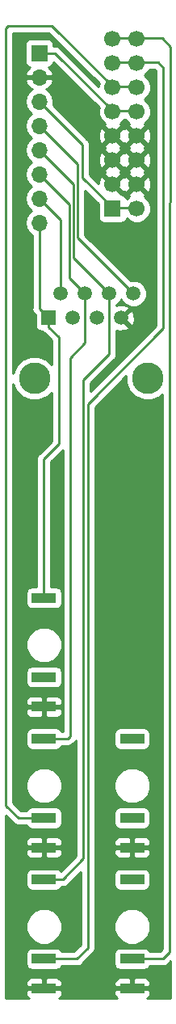
<source format=gbr>
G04 #@! TF.GenerationSoftware,KiCad,Pcbnew,(5.0.1)-4*
G04 #@! TF.CreationDate,2018-12-03T15:58:59+00:00*
G04 #@! TF.ProjectId,DevBoard,446576426F6172642E6B696361645F70,rev?*
G04 #@! TF.SameCoordinates,Original*
G04 #@! TF.FileFunction,Copper,L1,Top,Signal*
G04 #@! TF.FilePolarity,Positive*
%FSLAX46Y46*%
G04 Gerber Fmt 4.6, Leading zero omitted, Abs format (unit mm)*
G04 Created by KiCad (PCBNEW (5.0.1)-4) date 03/12/2018 15:58:59*
%MOMM*%
%LPD*%
G01*
G04 APERTURE LIST*
G04 #@! TA.AperFunction,ComponentPad*
%ADD10C,1.500000*%
G04 #@! TD*
G04 #@! TA.AperFunction,ComponentPad*
%ADD11R,1.500000X1.500000*%
G04 #@! TD*
G04 #@! TA.AperFunction,WasherPad*
%ADD12C,3.300000*%
G04 #@! TD*
G04 #@! TA.AperFunction,ComponentPad*
%ADD13R,2.500000X1.000000*%
G04 #@! TD*
G04 #@! TA.AperFunction,ComponentPad*
%ADD14R,1.700000X1.700000*%
G04 #@! TD*
G04 #@! TA.AperFunction,ComponentPad*
%ADD15C,1.700000*%
G04 #@! TD*
G04 #@! TA.AperFunction,ComponentPad*
%ADD16O,1.700000X1.700000*%
G04 #@! TD*
G04 #@! TA.AperFunction,Conductor*
%ADD17C,0.250000*%
G04 #@! TD*
G04 #@! TA.AperFunction,Conductor*
%ADD18C,0.254000*%
G04 #@! TD*
G04 APERTURE END LIST*
D10*
G04 #@! TO.P,J7,8*
G04 #@! TO.N,Jack5*
X64890000Y-94710000D03*
G04 #@! TO.P,J7,7*
G04 #@! TO.N,GND*
X63620000Y-97250000D03*
G04 #@! TO.P,J7,6*
G04 #@! TO.N,Jack4*
X62350000Y-94710000D03*
G04 #@! TO.P,J7,5*
G04 #@! TO.N,-12V*
X61080000Y-97250000D03*
G04 #@! TO.P,J7,4*
G04 #@! TO.N,Jack3*
X59810000Y-94710000D03*
G04 #@! TO.P,J7,3*
G04 #@! TO.N,+12V*
X58540000Y-97250000D03*
G04 #@! TO.P,J7,2*
G04 #@! TO.N,Jack2*
X57270000Y-94710000D03*
D11*
G04 #@! TO.P,J7,1*
G04 #@! TO.N,Jack1*
X56000000Y-97250000D03*
D12*
G04 #@! TO.P,J7,*
G04 #@! TO.N,*
X54510000Y-103600000D03*
X66380000Y-103600000D03*
G04 #@! TD*
D13*
G04 #@! TO.P,J1,3*
G04 #@! TO.N,Jack1*
X55500000Y-126580000D03*
G04 #@! TO.P,J1,2*
G04 #@! TO.N,Net-(J1-Pad2)*
X55500000Y-134880000D03*
G04 #@! TO.P,J1,1*
G04 #@! TO.N,GND*
X55500000Y-137980000D03*
G04 #@! TD*
G04 #@! TO.P,J2,1*
G04 #@! TO.N,GND*
X64750000Y-152730000D03*
G04 #@! TO.P,J2,2*
G04 #@! TO.N,Net-(J2-Pad2)*
X64750000Y-149630000D03*
G04 #@! TO.P,J2,3*
G04 #@! TO.N,Jack2*
X64750000Y-141330000D03*
G04 #@! TD*
G04 #@! TO.P,J3,3*
G04 #@! TO.N,Jack3*
X55500000Y-141330000D03*
G04 #@! TO.P,J3,2*
G04 #@! TO.N,+5V*
X55500000Y-149630000D03*
G04 #@! TO.P,J3,1*
G04 #@! TO.N,GND*
X55500000Y-152730000D03*
G04 #@! TD*
G04 #@! TO.P,J4,1*
G04 #@! TO.N,GND*
X55500000Y-167480000D03*
G04 #@! TO.P,J4,2*
G04 #@! TO.N,CV*
X55500000Y-164380000D03*
G04 #@! TO.P,J4,3*
G04 #@! TO.N,Jack4*
X55500000Y-156080000D03*
G04 #@! TD*
G04 #@! TO.P,J5,3*
G04 #@! TO.N,Jack5*
X64750000Y-156080000D03*
G04 #@! TO.P,J5,2*
G04 #@! TO.N,Gate*
X64750000Y-164380000D03*
G04 #@! TO.P,J5,1*
G04 #@! TO.N,GND*
X64750000Y-167480000D03*
G04 #@! TD*
D14*
G04 #@! TO.P,J6,1*
G04 #@! TO.N,-12V*
X62700000Y-85800000D03*
D15*
G04 #@! TO.P,J6,2*
X65240000Y-85800000D03*
G04 #@! TO.P,J6,3*
G04 #@! TO.N,GND*
X62700000Y-83260000D03*
G04 #@! TO.P,J6,4*
X65240000Y-83260000D03*
G04 #@! TO.P,J6,5*
X62700000Y-80720000D03*
G04 #@! TO.P,J6,6*
X65240000Y-80720000D03*
G04 #@! TO.P,J6,7*
X62700000Y-78180000D03*
G04 #@! TO.P,J6,8*
X65240000Y-78180000D03*
G04 #@! TO.P,J6,9*
G04 #@! TO.N,+12V*
X62700000Y-75640000D03*
G04 #@! TO.P,J6,10*
X65240000Y-75640000D03*
G04 #@! TO.P,J6,11*
G04 #@! TO.N,+5V*
X62700000Y-73100000D03*
G04 #@! TO.P,J6,12*
X65240000Y-73100000D03*
G04 #@! TO.P,J6,14*
G04 #@! TO.N,CV*
X65240000Y-70560000D03*
G04 #@! TO.P,J6,13*
X62700000Y-70560000D03*
G04 #@! TO.P,J6,15*
G04 #@! TO.N,Gate*
X62700000Y-68020000D03*
G04 #@! TO.P,J6,16*
X65240000Y-68020000D03*
G04 #@! TD*
D16*
G04 #@! TO.P,J8,8*
G04 #@! TO.N,Jack1*
X55000000Y-87280000D03*
G04 #@! TO.P,J8,7*
G04 #@! TO.N,Jack2*
X55000000Y-84740000D03*
G04 #@! TO.P,J8,6*
G04 #@! TO.N,Jack3*
X55000000Y-82200000D03*
G04 #@! TO.P,J8,5*
G04 #@! TO.N,Jack4*
X55000000Y-79660000D03*
G04 #@! TO.P,J8,4*
G04 #@! TO.N,Jack5*
X55000000Y-77120000D03*
G04 #@! TO.P,J8,3*
G04 #@! TO.N,-12V*
X55000000Y-74580000D03*
G04 #@! TO.P,J8,2*
G04 #@! TO.N,GND*
X55000000Y-72040000D03*
D14*
G04 #@! TO.P,J8,1*
G04 #@! TO.N,+12V*
X55000000Y-69500000D03*
G04 #@! TD*
D17*
G04 #@! TO.N,Jack1*
X55000000Y-96250000D02*
X56000000Y-97250000D01*
X55000000Y-87280000D02*
X55000000Y-96250000D01*
X55500000Y-112000000D02*
X55500000Y-126580000D01*
X57040000Y-110460000D02*
X55500000Y-112000000D01*
X57040000Y-99290000D02*
X57040000Y-110460000D01*
X56000000Y-97250000D02*
X56000000Y-98250000D01*
X56000000Y-98250000D02*
X57040000Y-99290000D01*
G04 #@! TO.N,Jack2*
X57270000Y-87010000D02*
X57270000Y-94710000D01*
X55000000Y-84740000D02*
X57270000Y-87010000D01*
G04 #@! TO.N,Jack3*
X58149970Y-93049970D02*
X59810000Y-94710000D01*
X58149970Y-85349970D02*
X58149970Y-93049970D01*
X55000000Y-82200000D02*
X58149970Y-85349970D01*
X59810000Y-94710000D02*
X59810000Y-99840000D01*
X59810000Y-99840000D02*
X58220000Y-101430000D01*
X58220000Y-101430000D02*
X58220000Y-141110000D01*
X58000000Y-141330000D02*
X55500000Y-141330000D01*
X58220000Y-141110000D02*
X58000000Y-141330000D01*
G04 #@! TO.N,+5V*
X62710000Y-73050000D02*
X65250000Y-73050000D01*
X52800000Y-149630000D02*
X55500000Y-149630000D01*
X51510000Y-148340000D02*
X52800000Y-149630000D01*
X51510000Y-66890000D02*
X51510000Y-148340000D01*
X51750000Y-66650000D02*
X51510000Y-66890000D01*
X62710000Y-73050000D02*
X56310000Y-66650000D01*
X56310000Y-66650000D02*
X51750000Y-66650000D01*
G04 #@! TO.N,CV*
X62710000Y-70510000D02*
X65250000Y-70510000D01*
X65250000Y-70510000D02*
X67460000Y-70510000D01*
X67460000Y-70510000D02*
X68030000Y-71080000D01*
X68030000Y-71080000D02*
X68030000Y-98350000D01*
X68030000Y-98350000D02*
X60100000Y-106280000D01*
X60100000Y-106280000D02*
X60100000Y-163230000D01*
X58950000Y-164380000D02*
X55500000Y-164380000D01*
X60100000Y-163230000D02*
X58950000Y-164380000D01*
G04 #@! TO.N,Jack4*
X58599980Y-90959980D02*
X62350000Y-94710000D01*
X58599980Y-83259980D02*
X58599980Y-90959980D01*
X55000000Y-79660000D02*
X58599980Y-83259980D01*
X57470000Y-156080000D02*
X55500000Y-156080000D01*
X59649990Y-153900010D02*
X57470000Y-156080000D01*
X59649990Y-103750010D02*
X59649990Y-153900010D01*
X62350000Y-94710000D02*
X62350000Y-101050000D01*
X62350000Y-101050000D02*
X59649990Y-103750010D01*
G04 #@! TO.N,Jack5*
X59049990Y-88869990D02*
X64890000Y-94710000D01*
X59049990Y-81169990D02*
X59049990Y-88869990D01*
X55000000Y-77120000D02*
X59049990Y-81169990D01*
G04 #@! TO.N,Gate*
X62710000Y-67970000D02*
X65250000Y-67970000D01*
X67970000Y-164380000D02*
X64750000Y-164380000D01*
X68700000Y-163650000D02*
X67970000Y-164380000D01*
X68700000Y-101700000D02*
X68700000Y-163650000D01*
X68720000Y-68820000D02*
X68700000Y-101700000D01*
X65250000Y-67970000D02*
X67870000Y-67970000D01*
X67870000Y-67970000D02*
X68720000Y-68820000D01*
G04 #@! TO.N,-12V*
X59500000Y-82540000D02*
X62710000Y-85750000D01*
X59500000Y-79080000D02*
X59500000Y-82540000D01*
X55000000Y-74580000D02*
X59500000Y-79080000D01*
X62710000Y-85750000D02*
X65250000Y-85750000D01*
G04 #@! TO.N,+12V*
X56620000Y-69500000D02*
X62710000Y-75590000D01*
X55000000Y-69500000D02*
X56620000Y-69500000D01*
X62710000Y-75590000D02*
X65250000Y-75590000D01*
G04 #@! TD*
D18*
G04 #@! TO.N,GND*
G36*
X64095000Y-104054515D02*
X64442870Y-104894349D01*
X65085651Y-105537130D01*
X65925485Y-105885000D01*
X66834515Y-105885000D01*
X67674349Y-105537130D01*
X67940000Y-105271479D01*
X67940001Y-163335197D01*
X67655199Y-163620000D01*
X66589982Y-163620000D01*
X66457809Y-163422191D01*
X66247765Y-163281843D01*
X66000000Y-163232560D01*
X63500000Y-163232560D01*
X63252235Y-163281843D01*
X63042191Y-163422191D01*
X62901843Y-163632235D01*
X62852560Y-163880000D01*
X62852560Y-164880000D01*
X62901843Y-165127765D01*
X63042191Y-165337809D01*
X63252235Y-165478157D01*
X63500000Y-165527440D01*
X66000000Y-165527440D01*
X66247765Y-165478157D01*
X66457809Y-165337809D01*
X66589982Y-165140000D01*
X67895153Y-165140000D01*
X67970000Y-165154888D01*
X68044847Y-165140000D01*
X68044852Y-165140000D01*
X68266537Y-165095904D01*
X68517929Y-164927929D01*
X68560331Y-164864470D01*
X68790001Y-164634800D01*
X68790001Y-168540000D01*
X66307375Y-168540000D01*
X66359698Y-168518327D01*
X66538327Y-168339699D01*
X66635000Y-168106310D01*
X66635000Y-167765750D01*
X66476250Y-167607000D01*
X64877000Y-167607000D01*
X64877000Y-167627000D01*
X64623000Y-167627000D01*
X64623000Y-167607000D01*
X63023750Y-167607000D01*
X62865000Y-167765750D01*
X62865000Y-168106310D01*
X62961673Y-168339699D01*
X63140302Y-168518327D01*
X63192625Y-168540000D01*
X57057375Y-168540000D01*
X57109698Y-168518327D01*
X57288327Y-168339699D01*
X57385000Y-168106310D01*
X57385000Y-167765750D01*
X57226250Y-167607000D01*
X55627000Y-167607000D01*
X55627000Y-167627000D01*
X55373000Y-167627000D01*
X55373000Y-167607000D01*
X53773750Y-167607000D01*
X53615000Y-167765750D01*
X53615000Y-168106310D01*
X53711673Y-168339699D01*
X53890302Y-168518327D01*
X53942625Y-168540000D01*
X51460000Y-168540000D01*
X51460000Y-166853690D01*
X53615000Y-166853690D01*
X53615000Y-167194250D01*
X53773750Y-167353000D01*
X55373000Y-167353000D01*
X55373000Y-166503750D01*
X55627000Y-166503750D01*
X55627000Y-167353000D01*
X57226250Y-167353000D01*
X57385000Y-167194250D01*
X57385000Y-166853690D01*
X62865000Y-166853690D01*
X62865000Y-167194250D01*
X63023750Y-167353000D01*
X64623000Y-167353000D01*
X64623000Y-166503750D01*
X64877000Y-166503750D01*
X64877000Y-167353000D01*
X66476250Y-167353000D01*
X66635000Y-167194250D01*
X66635000Y-166853690D01*
X66538327Y-166620301D01*
X66359698Y-166441673D01*
X66126309Y-166345000D01*
X65035750Y-166345000D01*
X64877000Y-166503750D01*
X64623000Y-166503750D01*
X64464250Y-166345000D01*
X63373691Y-166345000D01*
X63140302Y-166441673D01*
X62961673Y-166620301D01*
X62865000Y-166853690D01*
X57385000Y-166853690D01*
X57288327Y-166620301D01*
X57109698Y-166441673D01*
X56876309Y-166345000D01*
X55785750Y-166345000D01*
X55627000Y-166503750D01*
X55373000Y-166503750D01*
X55214250Y-166345000D01*
X54123691Y-166345000D01*
X53890302Y-166441673D01*
X53711673Y-166620301D01*
X53615000Y-166853690D01*
X51460000Y-166853690D01*
X51460000Y-160625050D01*
X53615000Y-160625050D01*
X53615000Y-161374950D01*
X53901974Y-162067767D01*
X54432233Y-162598026D01*
X55125050Y-162885000D01*
X55874950Y-162885000D01*
X56567767Y-162598026D01*
X57098026Y-162067767D01*
X57385000Y-161374950D01*
X57385000Y-160625050D01*
X57098026Y-159932233D01*
X56567767Y-159401974D01*
X55874950Y-159115000D01*
X55125050Y-159115000D01*
X54432233Y-159401974D01*
X53901974Y-159932233D01*
X53615000Y-160625050D01*
X51460000Y-160625050D01*
X51460000Y-153015750D01*
X53615000Y-153015750D01*
X53615000Y-153356310D01*
X53711673Y-153589699D01*
X53890302Y-153768327D01*
X54123691Y-153865000D01*
X55214250Y-153865000D01*
X55373000Y-153706250D01*
X55373000Y-152857000D01*
X55627000Y-152857000D01*
X55627000Y-153706250D01*
X55785750Y-153865000D01*
X56876309Y-153865000D01*
X57109698Y-153768327D01*
X57288327Y-153589699D01*
X57385000Y-153356310D01*
X57385000Y-153015750D01*
X57226250Y-152857000D01*
X55627000Y-152857000D01*
X55373000Y-152857000D01*
X53773750Y-152857000D01*
X53615000Y-153015750D01*
X51460000Y-153015750D01*
X51460000Y-152103690D01*
X53615000Y-152103690D01*
X53615000Y-152444250D01*
X53773750Y-152603000D01*
X55373000Y-152603000D01*
X55373000Y-151753750D01*
X55627000Y-151753750D01*
X55627000Y-152603000D01*
X57226250Y-152603000D01*
X57385000Y-152444250D01*
X57385000Y-152103690D01*
X57288327Y-151870301D01*
X57109698Y-151691673D01*
X56876309Y-151595000D01*
X55785750Y-151595000D01*
X55627000Y-151753750D01*
X55373000Y-151753750D01*
X55214250Y-151595000D01*
X54123691Y-151595000D01*
X53890302Y-151691673D01*
X53711673Y-151870301D01*
X53615000Y-152103690D01*
X51460000Y-152103690D01*
X51460000Y-149364802D01*
X52209673Y-150114476D01*
X52252071Y-150177929D01*
X52315524Y-150220327D01*
X52315526Y-150220329D01*
X52440902Y-150304102D01*
X52503463Y-150345904D01*
X52725148Y-150390000D01*
X52725152Y-150390000D01*
X52799999Y-150404888D01*
X52874846Y-150390000D01*
X53660018Y-150390000D01*
X53792191Y-150587809D01*
X54002235Y-150728157D01*
X54250000Y-150777440D01*
X56750000Y-150777440D01*
X56997765Y-150728157D01*
X57207809Y-150587809D01*
X57348157Y-150377765D01*
X57397440Y-150130000D01*
X57397440Y-149130000D01*
X57348157Y-148882235D01*
X57207809Y-148672191D01*
X56997765Y-148531843D01*
X56750000Y-148482560D01*
X54250000Y-148482560D01*
X54002235Y-148531843D01*
X53792191Y-148672191D01*
X53660018Y-148870000D01*
X53114803Y-148870000D01*
X52270000Y-148025199D01*
X52270000Y-145875050D01*
X53615000Y-145875050D01*
X53615000Y-146624950D01*
X53901974Y-147317767D01*
X54432233Y-147848026D01*
X55125050Y-148135000D01*
X55874950Y-148135000D01*
X56567767Y-147848026D01*
X57098026Y-147317767D01*
X57385000Y-146624950D01*
X57385000Y-145875050D01*
X57098026Y-145182233D01*
X56567767Y-144651974D01*
X55874950Y-144365000D01*
X55125050Y-144365000D01*
X54432233Y-144651974D01*
X53901974Y-145182233D01*
X53615000Y-145875050D01*
X52270000Y-145875050D01*
X52270000Y-138265750D01*
X53615000Y-138265750D01*
X53615000Y-138606310D01*
X53711673Y-138839699D01*
X53890302Y-139018327D01*
X54123691Y-139115000D01*
X55214250Y-139115000D01*
X55373000Y-138956250D01*
X55373000Y-138107000D01*
X55627000Y-138107000D01*
X55627000Y-138956250D01*
X55785750Y-139115000D01*
X56876309Y-139115000D01*
X57109698Y-139018327D01*
X57288327Y-138839699D01*
X57385000Y-138606310D01*
X57385000Y-138265750D01*
X57226250Y-138107000D01*
X55627000Y-138107000D01*
X55373000Y-138107000D01*
X53773750Y-138107000D01*
X53615000Y-138265750D01*
X52270000Y-138265750D01*
X52270000Y-137353690D01*
X53615000Y-137353690D01*
X53615000Y-137694250D01*
X53773750Y-137853000D01*
X55373000Y-137853000D01*
X55373000Y-137003750D01*
X55627000Y-137003750D01*
X55627000Y-137853000D01*
X57226250Y-137853000D01*
X57385000Y-137694250D01*
X57385000Y-137353690D01*
X57288327Y-137120301D01*
X57109698Y-136941673D01*
X56876309Y-136845000D01*
X55785750Y-136845000D01*
X55627000Y-137003750D01*
X55373000Y-137003750D01*
X55214250Y-136845000D01*
X54123691Y-136845000D01*
X53890302Y-136941673D01*
X53711673Y-137120301D01*
X53615000Y-137353690D01*
X52270000Y-137353690D01*
X52270000Y-134380000D01*
X53602560Y-134380000D01*
X53602560Y-135380000D01*
X53651843Y-135627765D01*
X53792191Y-135837809D01*
X54002235Y-135978157D01*
X54250000Y-136027440D01*
X56750000Y-136027440D01*
X56997765Y-135978157D01*
X57207809Y-135837809D01*
X57348157Y-135627765D01*
X57397440Y-135380000D01*
X57397440Y-134380000D01*
X57348157Y-134132235D01*
X57207809Y-133922191D01*
X56997765Y-133781843D01*
X56750000Y-133732560D01*
X54250000Y-133732560D01*
X54002235Y-133781843D01*
X53792191Y-133922191D01*
X53651843Y-134132235D01*
X53602560Y-134380000D01*
X52270000Y-134380000D01*
X52270000Y-131125050D01*
X53615000Y-131125050D01*
X53615000Y-131874950D01*
X53901974Y-132567767D01*
X54432233Y-133098026D01*
X55125050Y-133385000D01*
X55874950Y-133385000D01*
X56567767Y-133098026D01*
X57098026Y-132567767D01*
X57385000Y-131874950D01*
X57385000Y-131125050D01*
X57098026Y-130432233D01*
X56567767Y-129901974D01*
X55874950Y-129615000D01*
X55125050Y-129615000D01*
X54432233Y-129901974D01*
X53901974Y-130432233D01*
X53615000Y-131125050D01*
X52270000Y-131125050D01*
X52270000Y-104163155D01*
X52572870Y-104894349D01*
X53215651Y-105537130D01*
X54055485Y-105885000D01*
X54964515Y-105885000D01*
X55804349Y-105537130D01*
X56280001Y-105061478D01*
X56280001Y-110145197D01*
X55015530Y-111409669D01*
X54952071Y-111452071D01*
X54784096Y-111703464D01*
X54740000Y-111925149D01*
X54740000Y-111925153D01*
X54725112Y-112000000D01*
X54740000Y-112074847D01*
X54740001Y-125432560D01*
X54250000Y-125432560D01*
X54002235Y-125481843D01*
X53792191Y-125622191D01*
X53651843Y-125832235D01*
X53602560Y-126080000D01*
X53602560Y-127080000D01*
X53651843Y-127327765D01*
X53792191Y-127537809D01*
X54002235Y-127678157D01*
X54250000Y-127727440D01*
X56750000Y-127727440D01*
X56997765Y-127678157D01*
X57207809Y-127537809D01*
X57348157Y-127327765D01*
X57397440Y-127080000D01*
X57397440Y-126080000D01*
X57348157Y-125832235D01*
X57207809Y-125622191D01*
X56997765Y-125481843D01*
X56750000Y-125432560D01*
X56260000Y-125432560D01*
X56260000Y-112314801D01*
X57460000Y-111114802D01*
X57460001Y-140570000D01*
X57339982Y-140570000D01*
X57207809Y-140372191D01*
X56997765Y-140231843D01*
X56750000Y-140182560D01*
X54250000Y-140182560D01*
X54002235Y-140231843D01*
X53792191Y-140372191D01*
X53651843Y-140582235D01*
X53602560Y-140830000D01*
X53602560Y-141830000D01*
X53651843Y-142077765D01*
X53792191Y-142287809D01*
X54002235Y-142428157D01*
X54250000Y-142477440D01*
X56750000Y-142477440D01*
X56997765Y-142428157D01*
X57207809Y-142287809D01*
X57339982Y-142090000D01*
X57925153Y-142090000D01*
X58000000Y-142104888D01*
X58074847Y-142090000D01*
X58074852Y-142090000D01*
X58296537Y-142045904D01*
X58547929Y-141877929D01*
X58590331Y-141814470D01*
X58704470Y-141700331D01*
X58767929Y-141657929D01*
X58889991Y-141475251D01*
X58889991Y-153585206D01*
X57265968Y-155209231D01*
X57207809Y-155122191D01*
X56997765Y-154981843D01*
X56750000Y-154932560D01*
X54250000Y-154932560D01*
X54002235Y-154981843D01*
X53792191Y-155122191D01*
X53651843Y-155332235D01*
X53602560Y-155580000D01*
X53602560Y-156580000D01*
X53651843Y-156827765D01*
X53792191Y-157037809D01*
X54002235Y-157178157D01*
X54250000Y-157227440D01*
X56750000Y-157227440D01*
X56997765Y-157178157D01*
X57207809Y-157037809D01*
X57339982Y-156840000D01*
X57395153Y-156840000D01*
X57470000Y-156854888D01*
X57544847Y-156840000D01*
X57544852Y-156840000D01*
X57766537Y-156795904D01*
X58017929Y-156627929D01*
X58060331Y-156564470D01*
X59340001Y-155284801D01*
X59340001Y-162915197D01*
X58635199Y-163620000D01*
X57339982Y-163620000D01*
X57207809Y-163422191D01*
X56997765Y-163281843D01*
X56750000Y-163232560D01*
X54250000Y-163232560D01*
X54002235Y-163281843D01*
X53792191Y-163422191D01*
X53651843Y-163632235D01*
X53602560Y-163880000D01*
X53602560Y-164880000D01*
X53651843Y-165127765D01*
X53792191Y-165337809D01*
X54002235Y-165478157D01*
X54250000Y-165527440D01*
X56750000Y-165527440D01*
X56997765Y-165478157D01*
X57207809Y-165337809D01*
X57339982Y-165140000D01*
X58875153Y-165140000D01*
X58950000Y-165154888D01*
X59024847Y-165140000D01*
X59024852Y-165140000D01*
X59246537Y-165095904D01*
X59497929Y-164927929D01*
X59540331Y-164864470D01*
X60584473Y-163820329D01*
X60647929Y-163777929D01*
X60815904Y-163526537D01*
X60860000Y-163304852D01*
X60860000Y-163304848D01*
X60874888Y-163230000D01*
X60860000Y-163155152D01*
X60860000Y-160625050D01*
X62865000Y-160625050D01*
X62865000Y-161374950D01*
X63151974Y-162067767D01*
X63682233Y-162598026D01*
X64375050Y-162885000D01*
X65124950Y-162885000D01*
X65817767Y-162598026D01*
X66348026Y-162067767D01*
X66635000Y-161374950D01*
X66635000Y-160625050D01*
X66348026Y-159932233D01*
X65817767Y-159401974D01*
X65124950Y-159115000D01*
X64375050Y-159115000D01*
X63682233Y-159401974D01*
X63151974Y-159932233D01*
X62865000Y-160625050D01*
X60860000Y-160625050D01*
X60860000Y-155580000D01*
X62852560Y-155580000D01*
X62852560Y-156580000D01*
X62901843Y-156827765D01*
X63042191Y-157037809D01*
X63252235Y-157178157D01*
X63500000Y-157227440D01*
X66000000Y-157227440D01*
X66247765Y-157178157D01*
X66457809Y-157037809D01*
X66598157Y-156827765D01*
X66647440Y-156580000D01*
X66647440Y-155580000D01*
X66598157Y-155332235D01*
X66457809Y-155122191D01*
X66247765Y-154981843D01*
X66000000Y-154932560D01*
X63500000Y-154932560D01*
X63252235Y-154981843D01*
X63042191Y-155122191D01*
X62901843Y-155332235D01*
X62852560Y-155580000D01*
X60860000Y-155580000D01*
X60860000Y-153015750D01*
X62865000Y-153015750D01*
X62865000Y-153356310D01*
X62961673Y-153589699D01*
X63140302Y-153768327D01*
X63373691Y-153865000D01*
X64464250Y-153865000D01*
X64623000Y-153706250D01*
X64623000Y-152857000D01*
X64877000Y-152857000D01*
X64877000Y-153706250D01*
X65035750Y-153865000D01*
X66126309Y-153865000D01*
X66359698Y-153768327D01*
X66538327Y-153589699D01*
X66635000Y-153356310D01*
X66635000Y-153015750D01*
X66476250Y-152857000D01*
X64877000Y-152857000D01*
X64623000Y-152857000D01*
X63023750Y-152857000D01*
X62865000Y-153015750D01*
X60860000Y-153015750D01*
X60860000Y-152103690D01*
X62865000Y-152103690D01*
X62865000Y-152444250D01*
X63023750Y-152603000D01*
X64623000Y-152603000D01*
X64623000Y-151753750D01*
X64877000Y-151753750D01*
X64877000Y-152603000D01*
X66476250Y-152603000D01*
X66635000Y-152444250D01*
X66635000Y-152103690D01*
X66538327Y-151870301D01*
X66359698Y-151691673D01*
X66126309Y-151595000D01*
X65035750Y-151595000D01*
X64877000Y-151753750D01*
X64623000Y-151753750D01*
X64464250Y-151595000D01*
X63373691Y-151595000D01*
X63140302Y-151691673D01*
X62961673Y-151870301D01*
X62865000Y-152103690D01*
X60860000Y-152103690D01*
X60860000Y-149130000D01*
X62852560Y-149130000D01*
X62852560Y-150130000D01*
X62901843Y-150377765D01*
X63042191Y-150587809D01*
X63252235Y-150728157D01*
X63500000Y-150777440D01*
X66000000Y-150777440D01*
X66247765Y-150728157D01*
X66457809Y-150587809D01*
X66598157Y-150377765D01*
X66647440Y-150130000D01*
X66647440Y-149130000D01*
X66598157Y-148882235D01*
X66457809Y-148672191D01*
X66247765Y-148531843D01*
X66000000Y-148482560D01*
X63500000Y-148482560D01*
X63252235Y-148531843D01*
X63042191Y-148672191D01*
X62901843Y-148882235D01*
X62852560Y-149130000D01*
X60860000Y-149130000D01*
X60860000Y-145875050D01*
X62865000Y-145875050D01*
X62865000Y-146624950D01*
X63151974Y-147317767D01*
X63682233Y-147848026D01*
X64375050Y-148135000D01*
X65124950Y-148135000D01*
X65817767Y-147848026D01*
X66348026Y-147317767D01*
X66635000Y-146624950D01*
X66635000Y-145875050D01*
X66348026Y-145182233D01*
X65817767Y-144651974D01*
X65124950Y-144365000D01*
X64375050Y-144365000D01*
X63682233Y-144651974D01*
X63151974Y-145182233D01*
X62865000Y-145875050D01*
X60860000Y-145875050D01*
X60860000Y-140830000D01*
X62852560Y-140830000D01*
X62852560Y-141830000D01*
X62901843Y-142077765D01*
X63042191Y-142287809D01*
X63252235Y-142428157D01*
X63500000Y-142477440D01*
X66000000Y-142477440D01*
X66247765Y-142428157D01*
X66457809Y-142287809D01*
X66598157Y-142077765D01*
X66647440Y-141830000D01*
X66647440Y-140830000D01*
X66598157Y-140582235D01*
X66457809Y-140372191D01*
X66247765Y-140231843D01*
X66000000Y-140182560D01*
X63500000Y-140182560D01*
X63252235Y-140231843D01*
X63042191Y-140372191D01*
X62901843Y-140582235D01*
X62852560Y-140830000D01*
X60860000Y-140830000D01*
X60860000Y-106594801D01*
X64095000Y-103359801D01*
X64095000Y-104054515D01*
X64095000Y-104054515D01*
G37*
X64095000Y-104054515D02*
X64442870Y-104894349D01*
X65085651Y-105537130D01*
X65925485Y-105885000D01*
X66834515Y-105885000D01*
X67674349Y-105537130D01*
X67940000Y-105271479D01*
X67940001Y-163335197D01*
X67655199Y-163620000D01*
X66589982Y-163620000D01*
X66457809Y-163422191D01*
X66247765Y-163281843D01*
X66000000Y-163232560D01*
X63500000Y-163232560D01*
X63252235Y-163281843D01*
X63042191Y-163422191D01*
X62901843Y-163632235D01*
X62852560Y-163880000D01*
X62852560Y-164880000D01*
X62901843Y-165127765D01*
X63042191Y-165337809D01*
X63252235Y-165478157D01*
X63500000Y-165527440D01*
X66000000Y-165527440D01*
X66247765Y-165478157D01*
X66457809Y-165337809D01*
X66589982Y-165140000D01*
X67895153Y-165140000D01*
X67970000Y-165154888D01*
X68044847Y-165140000D01*
X68044852Y-165140000D01*
X68266537Y-165095904D01*
X68517929Y-164927929D01*
X68560331Y-164864470D01*
X68790001Y-164634800D01*
X68790001Y-168540000D01*
X66307375Y-168540000D01*
X66359698Y-168518327D01*
X66538327Y-168339699D01*
X66635000Y-168106310D01*
X66635000Y-167765750D01*
X66476250Y-167607000D01*
X64877000Y-167607000D01*
X64877000Y-167627000D01*
X64623000Y-167627000D01*
X64623000Y-167607000D01*
X63023750Y-167607000D01*
X62865000Y-167765750D01*
X62865000Y-168106310D01*
X62961673Y-168339699D01*
X63140302Y-168518327D01*
X63192625Y-168540000D01*
X57057375Y-168540000D01*
X57109698Y-168518327D01*
X57288327Y-168339699D01*
X57385000Y-168106310D01*
X57385000Y-167765750D01*
X57226250Y-167607000D01*
X55627000Y-167607000D01*
X55627000Y-167627000D01*
X55373000Y-167627000D01*
X55373000Y-167607000D01*
X53773750Y-167607000D01*
X53615000Y-167765750D01*
X53615000Y-168106310D01*
X53711673Y-168339699D01*
X53890302Y-168518327D01*
X53942625Y-168540000D01*
X51460000Y-168540000D01*
X51460000Y-166853690D01*
X53615000Y-166853690D01*
X53615000Y-167194250D01*
X53773750Y-167353000D01*
X55373000Y-167353000D01*
X55373000Y-166503750D01*
X55627000Y-166503750D01*
X55627000Y-167353000D01*
X57226250Y-167353000D01*
X57385000Y-167194250D01*
X57385000Y-166853690D01*
X62865000Y-166853690D01*
X62865000Y-167194250D01*
X63023750Y-167353000D01*
X64623000Y-167353000D01*
X64623000Y-166503750D01*
X64877000Y-166503750D01*
X64877000Y-167353000D01*
X66476250Y-167353000D01*
X66635000Y-167194250D01*
X66635000Y-166853690D01*
X66538327Y-166620301D01*
X66359698Y-166441673D01*
X66126309Y-166345000D01*
X65035750Y-166345000D01*
X64877000Y-166503750D01*
X64623000Y-166503750D01*
X64464250Y-166345000D01*
X63373691Y-166345000D01*
X63140302Y-166441673D01*
X62961673Y-166620301D01*
X62865000Y-166853690D01*
X57385000Y-166853690D01*
X57288327Y-166620301D01*
X57109698Y-166441673D01*
X56876309Y-166345000D01*
X55785750Y-166345000D01*
X55627000Y-166503750D01*
X55373000Y-166503750D01*
X55214250Y-166345000D01*
X54123691Y-166345000D01*
X53890302Y-166441673D01*
X53711673Y-166620301D01*
X53615000Y-166853690D01*
X51460000Y-166853690D01*
X51460000Y-160625050D01*
X53615000Y-160625050D01*
X53615000Y-161374950D01*
X53901974Y-162067767D01*
X54432233Y-162598026D01*
X55125050Y-162885000D01*
X55874950Y-162885000D01*
X56567767Y-162598026D01*
X57098026Y-162067767D01*
X57385000Y-161374950D01*
X57385000Y-160625050D01*
X57098026Y-159932233D01*
X56567767Y-159401974D01*
X55874950Y-159115000D01*
X55125050Y-159115000D01*
X54432233Y-159401974D01*
X53901974Y-159932233D01*
X53615000Y-160625050D01*
X51460000Y-160625050D01*
X51460000Y-153015750D01*
X53615000Y-153015750D01*
X53615000Y-153356310D01*
X53711673Y-153589699D01*
X53890302Y-153768327D01*
X54123691Y-153865000D01*
X55214250Y-153865000D01*
X55373000Y-153706250D01*
X55373000Y-152857000D01*
X55627000Y-152857000D01*
X55627000Y-153706250D01*
X55785750Y-153865000D01*
X56876309Y-153865000D01*
X57109698Y-153768327D01*
X57288327Y-153589699D01*
X57385000Y-153356310D01*
X57385000Y-153015750D01*
X57226250Y-152857000D01*
X55627000Y-152857000D01*
X55373000Y-152857000D01*
X53773750Y-152857000D01*
X53615000Y-153015750D01*
X51460000Y-153015750D01*
X51460000Y-152103690D01*
X53615000Y-152103690D01*
X53615000Y-152444250D01*
X53773750Y-152603000D01*
X55373000Y-152603000D01*
X55373000Y-151753750D01*
X55627000Y-151753750D01*
X55627000Y-152603000D01*
X57226250Y-152603000D01*
X57385000Y-152444250D01*
X57385000Y-152103690D01*
X57288327Y-151870301D01*
X57109698Y-151691673D01*
X56876309Y-151595000D01*
X55785750Y-151595000D01*
X55627000Y-151753750D01*
X55373000Y-151753750D01*
X55214250Y-151595000D01*
X54123691Y-151595000D01*
X53890302Y-151691673D01*
X53711673Y-151870301D01*
X53615000Y-152103690D01*
X51460000Y-152103690D01*
X51460000Y-149364802D01*
X52209673Y-150114476D01*
X52252071Y-150177929D01*
X52315524Y-150220327D01*
X52315526Y-150220329D01*
X52440902Y-150304102D01*
X52503463Y-150345904D01*
X52725148Y-150390000D01*
X52725152Y-150390000D01*
X52799999Y-150404888D01*
X52874846Y-150390000D01*
X53660018Y-150390000D01*
X53792191Y-150587809D01*
X54002235Y-150728157D01*
X54250000Y-150777440D01*
X56750000Y-150777440D01*
X56997765Y-150728157D01*
X57207809Y-150587809D01*
X57348157Y-150377765D01*
X57397440Y-150130000D01*
X57397440Y-149130000D01*
X57348157Y-148882235D01*
X57207809Y-148672191D01*
X56997765Y-148531843D01*
X56750000Y-148482560D01*
X54250000Y-148482560D01*
X54002235Y-148531843D01*
X53792191Y-148672191D01*
X53660018Y-148870000D01*
X53114803Y-148870000D01*
X52270000Y-148025199D01*
X52270000Y-145875050D01*
X53615000Y-145875050D01*
X53615000Y-146624950D01*
X53901974Y-147317767D01*
X54432233Y-147848026D01*
X55125050Y-148135000D01*
X55874950Y-148135000D01*
X56567767Y-147848026D01*
X57098026Y-147317767D01*
X57385000Y-146624950D01*
X57385000Y-145875050D01*
X57098026Y-145182233D01*
X56567767Y-144651974D01*
X55874950Y-144365000D01*
X55125050Y-144365000D01*
X54432233Y-144651974D01*
X53901974Y-145182233D01*
X53615000Y-145875050D01*
X52270000Y-145875050D01*
X52270000Y-138265750D01*
X53615000Y-138265750D01*
X53615000Y-138606310D01*
X53711673Y-138839699D01*
X53890302Y-139018327D01*
X54123691Y-139115000D01*
X55214250Y-139115000D01*
X55373000Y-138956250D01*
X55373000Y-138107000D01*
X55627000Y-138107000D01*
X55627000Y-138956250D01*
X55785750Y-139115000D01*
X56876309Y-139115000D01*
X57109698Y-139018327D01*
X57288327Y-138839699D01*
X57385000Y-138606310D01*
X57385000Y-138265750D01*
X57226250Y-138107000D01*
X55627000Y-138107000D01*
X55373000Y-138107000D01*
X53773750Y-138107000D01*
X53615000Y-138265750D01*
X52270000Y-138265750D01*
X52270000Y-137353690D01*
X53615000Y-137353690D01*
X53615000Y-137694250D01*
X53773750Y-137853000D01*
X55373000Y-137853000D01*
X55373000Y-137003750D01*
X55627000Y-137003750D01*
X55627000Y-137853000D01*
X57226250Y-137853000D01*
X57385000Y-137694250D01*
X57385000Y-137353690D01*
X57288327Y-137120301D01*
X57109698Y-136941673D01*
X56876309Y-136845000D01*
X55785750Y-136845000D01*
X55627000Y-137003750D01*
X55373000Y-137003750D01*
X55214250Y-136845000D01*
X54123691Y-136845000D01*
X53890302Y-136941673D01*
X53711673Y-137120301D01*
X53615000Y-137353690D01*
X52270000Y-137353690D01*
X52270000Y-134380000D01*
X53602560Y-134380000D01*
X53602560Y-135380000D01*
X53651843Y-135627765D01*
X53792191Y-135837809D01*
X54002235Y-135978157D01*
X54250000Y-136027440D01*
X56750000Y-136027440D01*
X56997765Y-135978157D01*
X57207809Y-135837809D01*
X57348157Y-135627765D01*
X57397440Y-135380000D01*
X57397440Y-134380000D01*
X57348157Y-134132235D01*
X57207809Y-133922191D01*
X56997765Y-133781843D01*
X56750000Y-133732560D01*
X54250000Y-133732560D01*
X54002235Y-133781843D01*
X53792191Y-133922191D01*
X53651843Y-134132235D01*
X53602560Y-134380000D01*
X52270000Y-134380000D01*
X52270000Y-131125050D01*
X53615000Y-131125050D01*
X53615000Y-131874950D01*
X53901974Y-132567767D01*
X54432233Y-133098026D01*
X55125050Y-133385000D01*
X55874950Y-133385000D01*
X56567767Y-133098026D01*
X57098026Y-132567767D01*
X57385000Y-131874950D01*
X57385000Y-131125050D01*
X57098026Y-130432233D01*
X56567767Y-129901974D01*
X55874950Y-129615000D01*
X55125050Y-129615000D01*
X54432233Y-129901974D01*
X53901974Y-130432233D01*
X53615000Y-131125050D01*
X52270000Y-131125050D01*
X52270000Y-104163155D01*
X52572870Y-104894349D01*
X53215651Y-105537130D01*
X54055485Y-105885000D01*
X54964515Y-105885000D01*
X55804349Y-105537130D01*
X56280001Y-105061478D01*
X56280001Y-110145197D01*
X55015530Y-111409669D01*
X54952071Y-111452071D01*
X54784096Y-111703464D01*
X54740000Y-111925149D01*
X54740000Y-111925153D01*
X54725112Y-112000000D01*
X54740000Y-112074847D01*
X54740001Y-125432560D01*
X54250000Y-125432560D01*
X54002235Y-125481843D01*
X53792191Y-125622191D01*
X53651843Y-125832235D01*
X53602560Y-126080000D01*
X53602560Y-127080000D01*
X53651843Y-127327765D01*
X53792191Y-127537809D01*
X54002235Y-127678157D01*
X54250000Y-127727440D01*
X56750000Y-127727440D01*
X56997765Y-127678157D01*
X57207809Y-127537809D01*
X57348157Y-127327765D01*
X57397440Y-127080000D01*
X57397440Y-126080000D01*
X57348157Y-125832235D01*
X57207809Y-125622191D01*
X56997765Y-125481843D01*
X56750000Y-125432560D01*
X56260000Y-125432560D01*
X56260000Y-112314801D01*
X57460000Y-111114802D01*
X57460001Y-140570000D01*
X57339982Y-140570000D01*
X57207809Y-140372191D01*
X56997765Y-140231843D01*
X56750000Y-140182560D01*
X54250000Y-140182560D01*
X54002235Y-140231843D01*
X53792191Y-140372191D01*
X53651843Y-140582235D01*
X53602560Y-140830000D01*
X53602560Y-141830000D01*
X53651843Y-142077765D01*
X53792191Y-142287809D01*
X54002235Y-142428157D01*
X54250000Y-142477440D01*
X56750000Y-142477440D01*
X56997765Y-142428157D01*
X57207809Y-142287809D01*
X57339982Y-142090000D01*
X57925153Y-142090000D01*
X58000000Y-142104888D01*
X58074847Y-142090000D01*
X58074852Y-142090000D01*
X58296537Y-142045904D01*
X58547929Y-141877929D01*
X58590331Y-141814470D01*
X58704470Y-141700331D01*
X58767929Y-141657929D01*
X58889991Y-141475251D01*
X58889991Y-153585206D01*
X57265968Y-155209231D01*
X57207809Y-155122191D01*
X56997765Y-154981843D01*
X56750000Y-154932560D01*
X54250000Y-154932560D01*
X54002235Y-154981843D01*
X53792191Y-155122191D01*
X53651843Y-155332235D01*
X53602560Y-155580000D01*
X53602560Y-156580000D01*
X53651843Y-156827765D01*
X53792191Y-157037809D01*
X54002235Y-157178157D01*
X54250000Y-157227440D01*
X56750000Y-157227440D01*
X56997765Y-157178157D01*
X57207809Y-157037809D01*
X57339982Y-156840000D01*
X57395153Y-156840000D01*
X57470000Y-156854888D01*
X57544847Y-156840000D01*
X57544852Y-156840000D01*
X57766537Y-156795904D01*
X58017929Y-156627929D01*
X58060331Y-156564470D01*
X59340001Y-155284801D01*
X59340001Y-162915197D01*
X58635199Y-163620000D01*
X57339982Y-163620000D01*
X57207809Y-163422191D01*
X56997765Y-163281843D01*
X56750000Y-163232560D01*
X54250000Y-163232560D01*
X54002235Y-163281843D01*
X53792191Y-163422191D01*
X53651843Y-163632235D01*
X53602560Y-163880000D01*
X53602560Y-164880000D01*
X53651843Y-165127765D01*
X53792191Y-165337809D01*
X54002235Y-165478157D01*
X54250000Y-165527440D01*
X56750000Y-165527440D01*
X56997765Y-165478157D01*
X57207809Y-165337809D01*
X57339982Y-165140000D01*
X58875153Y-165140000D01*
X58950000Y-165154888D01*
X59024847Y-165140000D01*
X59024852Y-165140000D01*
X59246537Y-165095904D01*
X59497929Y-164927929D01*
X59540331Y-164864470D01*
X60584473Y-163820329D01*
X60647929Y-163777929D01*
X60815904Y-163526537D01*
X60860000Y-163304852D01*
X60860000Y-163304848D01*
X60874888Y-163230000D01*
X60860000Y-163155152D01*
X60860000Y-160625050D01*
X62865000Y-160625050D01*
X62865000Y-161374950D01*
X63151974Y-162067767D01*
X63682233Y-162598026D01*
X64375050Y-162885000D01*
X65124950Y-162885000D01*
X65817767Y-162598026D01*
X66348026Y-162067767D01*
X66635000Y-161374950D01*
X66635000Y-160625050D01*
X66348026Y-159932233D01*
X65817767Y-159401974D01*
X65124950Y-159115000D01*
X64375050Y-159115000D01*
X63682233Y-159401974D01*
X63151974Y-159932233D01*
X62865000Y-160625050D01*
X60860000Y-160625050D01*
X60860000Y-155580000D01*
X62852560Y-155580000D01*
X62852560Y-156580000D01*
X62901843Y-156827765D01*
X63042191Y-157037809D01*
X63252235Y-157178157D01*
X63500000Y-157227440D01*
X66000000Y-157227440D01*
X66247765Y-157178157D01*
X66457809Y-157037809D01*
X66598157Y-156827765D01*
X66647440Y-156580000D01*
X66647440Y-155580000D01*
X66598157Y-155332235D01*
X66457809Y-155122191D01*
X66247765Y-154981843D01*
X66000000Y-154932560D01*
X63500000Y-154932560D01*
X63252235Y-154981843D01*
X63042191Y-155122191D01*
X62901843Y-155332235D01*
X62852560Y-155580000D01*
X60860000Y-155580000D01*
X60860000Y-153015750D01*
X62865000Y-153015750D01*
X62865000Y-153356310D01*
X62961673Y-153589699D01*
X63140302Y-153768327D01*
X63373691Y-153865000D01*
X64464250Y-153865000D01*
X64623000Y-153706250D01*
X64623000Y-152857000D01*
X64877000Y-152857000D01*
X64877000Y-153706250D01*
X65035750Y-153865000D01*
X66126309Y-153865000D01*
X66359698Y-153768327D01*
X66538327Y-153589699D01*
X66635000Y-153356310D01*
X66635000Y-153015750D01*
X66476250Y-152857000D01*
X64877000Y-152857000D01*
X64623000Y-152857000D01*
X63023750Y-152857000D01*
X62865000Y-153015750D01*
X60860000Y-153015750D01*
X60860000Y-152103690D01*
X62865000Y-152103690D01*
X62865000Y-152444250D01*
X63023750Y-152603000D01*
X64623000Y-152603000D01*
X64623000Y-151753750D01*
X64877000Y-151753750D01*
X64877000Y-152603000D01*
X66476250Y-152603000D01*
X66635000Y-152444250D01*
X66635000Y-152103690D01*
X66538327Y-151870301D01*
X66359698Y-151691673D01*
X66126309Y-151595000D01*
X65035750Y-151595000D01*
X64877000Y-151753750D01*
X64623000Y-151753750D01*
X64464250Y-151595000D01*
X63373691Y-151595000D01*
X63140302Y-151691673D01*
X62961673Y-151870301D01*
X62865000Y-152103690D01*
X60860000Y-152103690D01*
X60860000Y-149130000D01*
X62852560Y-149130000D01*
X62852560Y-150130000D01*
X62901843Y-150377765D01*
X63042191Y-150587809D01*
X63252235Y-150728157D01*
X63500000Y-150777440D01*
X66000000Y-150777440D01*
X66247765Y-150728157D01*
X66457809Y-150587809D01*
X66598157Y-150377765D01*
X66647440Y-150130000D01*
X66647440Y-149130000D01*
X66598157Y-148882235D01*
X66457809Y-148672191D01*
X66247765Y-148531843D01*
X66000000Y-148482560D01*
X63500000Y-148482560D01*
X63252235Y-148531843D01*
X63042191Y-148672191D01*
X62901843Y-148882235D01*
X62852560Y-149130000D01*
X60860000Y-149130000D01*
X60860000Y-145875050D01*
X62865000Y-145875050D01*
X62865000Y-146624950D01*
X63151974Y-147317767D01*
X63682233Y-147848026D01*
X64375050Y-148135000D01*
X65124950Y-148135000D01*
X65817767Y-147848026D01*
X66348026Y-147317767D01*
X66635000Y-146624950D01*
X66635000Y-145875050D01*
X66348026Y-145182233D01*
X65817767Y-144651974D01*
X65124950Y-144365000D01*
X64375050Y-144365000D01*
X63682233Y-144651974D01*
X63151974Y-145182233D01*
X62865000Y-145875050D01*
X60860000Y-145875050D01*
X60860000Y-140830000D01*
X62852560Y-140830000D01*
X62852560Y-141830000D01*
X62901843Y-142077765D01*
X63042191Y-142287809D01*
X63252235Y-142428157D01*
X63500000Y-142477440D01*
X66000000Y-142477440D01*
X66247765Y-142428157D01*
X66457809Y-142287809D01*
X66598157Y-142077765D01*
X66647440Y-141830000D01*
X66647440Y-140830000D01*
X66598157Y-140582235D01*
X66457809Y-140372191D01*
X66247765Y-140231843D01*
X66000000Y-140182560D01*
X63500000Y-140182560D01*
X63252235Y-140231843D01*
X63042191Y-140372191D01*
X62901843Y-140582235D01*
X62852560Y-140830000D01*
X60860000Y-140830000D01*
X60860000Y-106594801D01*
X64095000Y-103359801D01*
X64095000Y-104054515D01*
G36*
X61266202Y-72681003D02*
X61215000Y-72804615D01*
X61215000Y-73020198D01*
X57210331Y-69015530D01*
X57167929Y-68952071D01*
X56916537Y-68784096D01*
X56694852Y-68740000D01*
X56694847Y-68740000D01*
X56620000Y-68725112D01*
X56545153Y-68740000D01*
X56497440Y-68740000D01*
X56497440Y-68650000D01*
X56448157Y-68402235D01*
X56307809Y-68192191D01*
X56097765Y-68051843D01*
X55850000Y-68002560D01*
X54150000Y-68002560D01*
X53902235Y-68051843D01*
X53692191Y-68192191D01*
X53551843Y-68402235D01*
X53502560Y-68650000D01*
X53502560Y-70350000D01*
X53551843Y-70597765D01*
X53692191Y-70807809D01*
X53902235Y-70948157D01*
X54005708Y-70968739D01*
X53728355Y-71273076D01*
X53558524Y-71683110D01*
X53679845Y-71913000D01*
X54873000Y-71913000D01*
X54873000Y-71893000D01*
X55127000Y-71893000D01*
X55127000Y-71913000D01*
X56320155Y-71913000D01*
X56441476Y-71683110D01*
X56271645Y-71273076D01*
X55994292Y-70968739D01*
X56097765Y-70948157D01*
X56307809Y-70807809D01*
X56448157Y-70597765D01*
X56480477Y-70435278D01*
X61266202Y-75221003D01*
X61215000Y-75344615D01*
X61215000Y-75935385D01*
X61441078Y-76481185D01*
X61858815Y-76898922D01*
X61905247Y-76918155D01*
X61835647Y-77136042D01*
X62700000Y-78000395D01*
X63564353Y-77136042D01*
X63494753Y-76918155D01*
X63541185Y-76898922D01*
X63958922Y-76481185D01*
X63970000Y-76454440D01*
X63981078Y-76481185D01*
X64398815Y-76898922D01*
X64445247Y-76918155D01*
X64375647Y-77136042D01*
X65240000Y-78000395D01*
X66104353Y-77136042D01*
X66034753Y-76918155D01*
X66081185Y-76898922D01*
X66498922Y-76481185D01*
X66725000Y-75935385D01*
X66725000Y-75344615D01*
X66498922Y-74798815D01*
X66081185Y-74381078D01*
X66054440Y-74370000D01*
X66081185Y-74358922D01*
X66498922Y-73941185D01*
X66725000Y-73395385D01*
X66725000Y-72804615D01*
X66498922Y-72258815D01*
X66081185Y-71841078D01*
X66054440Y-71830000D01*
X66081185Y-71818922D01*
X66498922Y-71401185D01*
X66553261Y-71270000D01*
X67145199Y-71270000D01*
X67270000Y-71394802D01*
X67270001Y-98035197D01*
X60409990Y-104895209D01*
X60409990Y-104064811D01*
X62834473Y-101640329D01*
X62897929Y-101597929D01*
X63027867Y-101403464D01*
X63065904Y-101346538D01*
X63075480Y-101298395D01*
X63110000Y-101124852D01*
X63110000Y-101124848D01*
X63124888Y-101050000D01*
X63110000Y-100975152D01*
X63110000Y-98538593D01*
X63415171Y-98647201D01*
X63965448Y-98619230D01*
X64343923Y-98462460D01*
X64411912Y-98221517D01*
X63620000Y-97429605D01*
X63605858Y-97443748D01*
X63426253Y-97264143D01*
X63440395Y-97250000D01*
X63799605Y-97250000D01*
X64591517Y-98041912D01*
X64832460Y-97973923D01*
X65017201Y-97454829D01*
X64989230Y-96904552D01*
X64832460Y-96526077D01*
X64591517Y-96458088D01*
X63799605Y-97250000D01*
X63440395Y-97250000D01*
X63426253Y-97235858D01*
X63605858Y-97056253D01*
X63620000Y-97070395D01*
X64411912Y-96278483D01*
X64343923Y-96037540D01*
X63824829Y-95852799D01*
X63274552Y-95880770D01*
X63110000Y-95948930D01*
X63110000Y-95894312D01*
X63134540Y-95884147D01*
X63524147Y-95494540D01*
X63620000Y-95263130D01*
X63715853Y-95494540D01*
X64105460Y-95884147D01*
X64614506Y-96095000D01*
X65165494Y-96095000D01*
X65674540Y-95884147D01*
X66064147Y-95494540D01*
X66275000Y-94985494D01*
X66275000Y-94434506D01*
X66064147Y-93925460D01*
X65674540Y-93535853D01*
X65165494Y-93325000D01*
X64614506Y-93325000D01*
X64589967Y-93335164D01*
X59809990Y-88555189D01*
X59809990Y-83924791D01*
X61202560Y-85317362D01*
X61202560Y-86650000D01*
X61251843Y-86897765D01*
X61392191Y-87107809D01*
X61602235Y-87248157D01*
X61850000Y-87297440D01*
X63550000Y-87297440D01*
X63797765Y-87248157D01*
X64007809Y-87107809D01*
X64148157Y-86897765D01*
X64163006Y-86823113D01*
X64398815Y-87058922D01*
X64944615Y-87285000D01*
X65535385Y-87285000D01*
X66081185Y-87058922D01*
X66498922Y-86641185D01*
X66725000Y-86095385D01*
X66725000Y-85504615D01*
X66498922Y-84958815D01*
X66081185Y-84541078D01*
X66034753Y-84521845D01*
X66104353Y-84303958D01*
X65240000Y-83439605D01*
X64375647Y-84303958D01*
X64445247Y-84521845D01*
X64398815Y-84541078D01*
X64163006Y-84776887D01*
X64148157Y-84702235D01*
X64007809Y-84492191D01*
X63797765Y-84351843D01*
X63563915Y-84305328D01*
X63564353Y-84303958D01*
X62700000Y-83439605D01*
X62685858Y-83453748D01*
X62506253Y-83274143D01*
X62520395Y-83260000D01*
X62879605Y-83260000D01*
X63743958Y-84124353D01*
X63970000Y-84052148D01*
X64196042Y-84124353D01*
X65060395Y-83260000D01*
X65419605Y-83260000D01*
X66283958Y-84124353D01*
X66535259Y-84044080D01*
X66736718Y-83488721D01*
X66710315Y-82898542D01*
X66535259Y-82475920D01*
X66283958Y-82395647D01*
X65419605Y-83260000D01*
X65060395Y-83260000D01*
X64196042Y-82395647D01*
X63970000Y-82467852D01*
X63743958Y-82395647D01*
X62879605Y-83260000D01*
X62520395Y-83260000D01*
X61656042Y-82395647D01*
X61404741Y-82475920D01*
X61203282Y-83031279D01*
X61209707Y-83174906D01*
X60260000Y-82225199D01*
X60260000Y-81763958D01*
X61835647Y-81763958D01*
X61907852Y-81990000D01*
X61835647Y-82216042D01*
X62700000Y-83080395D01*
X63564353Y-82216042D01*
X63492148Y-81990000D01*
X63564353Y-81763958D01*
X64375647Y-81763958D01*
X64447852Y-81990000D01*
X64375647Y-82216042D01*
X65240000Y-83080395D01*
X66104353Y-82216042D01*
X66032148Y-81990000D01*
X66104353Y-81763958D01*
X65240000Y-80899605D01*
X64375647Y-81763958D01*
X63564353Y-81763958D01*
X62700000Y-80899605D01*
X61835647Y-81763958D01*
X60260000Y-81763958D01*
X60260000Y-80491279D01*
X61203282Y-80491279D01*
X61229685Y-81081458D01*
X61404741Y-81504080D01*
X61656042Y-81584353D01*
X62520395Y-80720000D01*
X62879605Y-80720000D01*
X63743958Y-81584353D01*
X63970000Y-81512148D01*
X64196042Y-81584353D01*
X65060395Y-80720000D01*
X65419605Y-80720000D01*
X66283958Y-81584353D01*
X66535259Y-81504080D01*
X66736718Y-80948721D01*
X66710315Y-80358542D01*
X66535259Y-79935920D01*
X66283958Y-79855647D01*
X65419605Y-80720000D01*
X65060395Y-80720000D01*
X64196042Y-79855647D01*
X63970000Y-79927852D01*
X63743958Y-79855647D01*
X62879605Y-80720000D01*
X62520395Y-80720000D01*
X61656042Y-79855647D01*
X61404741Y-79935920D01*
X61203282Y-80491279D01*
X60260000Y-80491279D01*
X60260000Y-79223958D01*
X61835647Y-79223958D01*
X61907852Y-79450000D01*
X61835647Y-79676042D01*
X62700000Y-80540395D01*
X63564353Y-79676042D01*
X63492148Y-79450000D01*
X63564353Y-79223958D01*
X64375647Y-79223958D01*
X64447852Y-79450000D01*
X64375647Y-79676042D01*
X65240000Y-80540395D01*
X66104353Y-79676042D01*
X66032148Y-79450000D01*
X66104353Y-79223958D01*
X65240000Y-78359605D01*
X64375647Y-79223958D01*
X63564353Y-79223958D01*
X62700000Y-78359605D01*
X61835647Y-79223958D01*
X60260000Y-79223958D01*
X60260000Y-79154846D01*
X60274888Y-79079999D01*
X60260000Y-79005152D01*
X60260000Y-79005148D01*
X60215904Y-78783463D01*
X60047929Y-78532071D01*
X59984473Y-78489671D01*
X59446081Y-77951279D01*
X61203282Y-77951279D01*
X61229685Y-78541458D01*
X61404741Y-78964080D01*
X61656042Y-79044353D01*
X62520395Y-78180000D01*
X62879605Y-78180000D01*
X63743958Y-79044353D01*
X63970000Y-78972148D01*
X64196042Y-79044353D01*
X65060395Y-78180000D01*
X65419605Y-78180000D01*
X66283958Y-79044353D01*
X66535259Y-78964080D01*
X66736718Y-78408721D01*
X66710315Y-77818542D01*
X66535259Y-77395920D01*
X66283958Y-77315647D01*
X65419605Y-78180000D01*
X65060395Y-78180000D01*
X64196042Y-77315647D01*
X63970000Y-77387852D01*
X63743958Y-77315647D01*
X62879605Y-78180000D01*
X62520395Y-78180000D01*
X61656042Y-77315647D01*
X61404741Y-77395920D01*
X61203282Y-77951279D01*
X59446081Y-77951279D01*
X56441209Y-74946408D01*
X56514092Y-74580000D01*
X56398839Y-74000582D01*
X56070625Y-73509375D01*
X55751522Y-73296157D01*
X55881358Y-73235183D01*
X56271645Y-72806924D01*
X56441476Y-72396890D01*
X56320155Y-72167000D01*
X55127000Y-72167000D01*
X55127000Y-72187000D01*
X54873000Y-72187000D01*
X54873000Y-72167000D01*
X53679845Y-72167000D01*
X53558524Y-72396890D01*
X53728355Y-72806924D01*
X54118642Y-73235183D01*
X54248478Y-73296157D01*
X53929375Y-73509375D01*
X53601161Y-74000582D01*
X53485908Y-74580000D01*
X53601161Y-75159418D01*
X53929375Y-75650625D01*
X54227761Y-75850000D01*
X53929375Y-76049375D01*
X53601161Y-76540582D01*
X53485908Y-77120000D01*
X53601161Y-77699418D01*
X53929375Y-78190625D01*
X54227761Y-78390000D01*
X53929375Y-78589375D01*
X53601161Y-79080582D01*
X53485908Y-79660000D01*
X53601161Y-80239418D01*
X53929375Y-80730625D01*
X54227761Y-80930000D01*
X53929375Y-81129375D01*
X53601161Y-81620582D01*
X53485908Y-82200000D01*
X53601161Y-82779418D01*
X53929375Y-83270625D01*
X54227761Y-83470000D01*
X53929375Y-83669375D01*
X53601161Y-84160582D01*
X53485908Y-84740000D01*
X53601161Y-85319418D01*
X53929375Y-85810625D01*
X54227761Y-86010000D01*
X53929375Y-86209375D01*
X53601161Y-86700582D01*
X53485908Y-87280000D01*
X53601161Y-87859418D01*
X53929375Y-88350625D01*
X54240000Y-88558178D01*
X54240001Y-96175148D01*
X54225112Y-96250000D01*
X54284097Y-96546537D01*
X54388022Y-96702071D01*
X54452072Y-96797929D01*
X54515528Y-96840329D01*
X54602560Y-96927361D01*
X54602560Y-98000000D01*
X54651843Y-98247765D01*
X54792191Y-98457809D01*
X55002235Y-98598157D01*
X55250000Y-98647440D01*
X55351518Y-98647440D01*
X55452072Y-98797929D01*
X55515528Y-98840329D01*
X56280000Y-99604802D01*
X56280000Y-102138521D01*
X55804349Y-101662870D01*
X54964515Y-101315000D01*
X54055485Y-101315000D01*
X53215651Y-101662870D01*
X52572870Y-102305651D01*
X52270000Y-103036845D01*
X52270000Y-67410000D01*
X55995199Y-67410000D01*
X61266202Y-72681003D01*
X61266202Y-72681003D01*
G37*
X61266202Y-72681003D02*
X61215000Y-72804615D01*
X61215000Y-73020198D01*
X57210331Y-69015530D01*
X57167929Y-68952071D01*
X56916537Y-68784096D01*
X56694852Y-68740000D01*
X56694847Y-68740000D01*
X56620000Y-68725112D01*
X56545153Y-68740000D01*
X56497440Y-68740000D01*
X56497440Y-68650000D01*
X56448157Y-68402235D01*
X56307809Y-68192191D01*
X56097765Y-68051843D01*
X55850000Y-68002560D01*
X54150000Y-68002560D01*
X53902235Y-68051843D01*
X53692191Y-68192191D01*
X53551843Y-68402235D01*
X53502560Y-68650000D01*
X53502560Y-70350000D01*
X53551843Y-70597765D01*
X53692191Y-70807809D01*
X53902235Y-70948157D01*
X54005708Y-70968739D01*
X53728355Y-71273076D01*
X53558524Y-71683110D01*
X53679845Y-71913000D01*
X54873000Y-71913000D01*
X54873000Y-71893000D01*
X55127000Y-71893000D01*
X55127000Y-71913000D01*
X56320155Y-71913000D01*
X56441476Y-71683110D01*
X56271645Y-71273076D01*
X55994292Y-70968739D01*
X56097765Y-70948157D01*
X56307809Y-70807809D01*
X56448157Y-70597765D01*
X56480477Y-70435278D01*
X61266202Y-75221003D01*
X61215000Y-75344615D01*
X61215000Y-75935385D01*
X61441078Y-76481185D01*
X61858815Y-76898922D01*
X61905247Y-76918155D01*
X61835647Y-77136042D01*
X62700000Y-78000395D01*
X63564353Y-77136042D01*
X63494753Y-76918155D01*
X63541185Y-76898922D01*
X63958922Y-76481185D01*
X63970000Y-76454440D01*
X63981078Y-76481185D01*
X64398815Y-76898922D01*
X64445247Y-76918155D01*
X64375647Y-77136042D01*
X65240000Y-78000395D01*
X66104353Y-77136042D01*
X66034753Y-76918155D01*
X66081185Y-76898922D01*
X66498922Y-76481185D01*
X66725000Y-75935385D01*
X66725000Y-75344615D01*
X66498922Y-74798815D01*
X66081185Y-74381078D01*
X66054440Y-74370000D01*
X66081185Y-74358922D01*
X66498922Y-73941185D01*
X66725000Y-73395385D01*
X66725000Y-72804615D01*
X66498922Y-72258815D01*
X66081185Y-71841078D01*
X66054440Y-71830000D01*
X66081185Y-71818922D01*
X66498922Y-71401185D01*
X66553261Y-71270000D01*
X67145199Y-71270000D01*
X67270000Y-71394802D01*
X67270001Y-98035197D01*
X60409990Y-104895209D01*
X60409990Y-104064811D01*
X62834473Y-101640329D01*
X62897929Y-101597929D01*
X63027867Y-101403464D01*
X63065904Y-101346538D01*
X63075480Y-101298395D01*
X63110000Y-101124852D01*
X63110000Y-101124848D01*
X63124888Y-101050000D01*
X63110000Y-100975152D01*
X63110000Y-98538593D01*
X63415171Y-98647201D01*
X63965448Y-98619230D01*
X64343923Y-98462460D01*
X64411912Y-98221517D01*
X63620000Y-97429605D01*
X63605858Y-97443748D01*
X63426253Y-97264143D01*
X63440395Y-97250000D01*
X63799605Y-97250000D01*
X64591517Y-98041912D01*
X64832460Y-97973923D01*
X65017201Y-97454829D01*
X64989230Y-96904552D01*
X64832460Y-96526077D01*
X64591517Y-96458088D01*
X63799605Y-97250000D01*
X63440395Y-97250000D01*
X63426253Y-97235858D01*
X63605858Y-97056253D01*
X63620000Y-97070395D01*
X64411912Y-96278483D01*
X64343923Y-96037540D01*
X63824829Y-95852799D01*
X63274552Y-95880770D01*
X63110000Y-95948930D01*
X63110000Y-95894312D01*
X63134540Y-95884147D01*
X63524147Y-95494540D01*
X63620000Y-95263130D01*
X63715853Y-95494540D01*
X64105460Y-95884147D01*
X64614506Y-96095000D01*
X65165494Y-96095000D01*
X65674540Y-95884147D01*
X66064147Y-95494540D01*
X66275000Y-94985494D01*
X66275000Y-94434506D01*
X66064147Y-93925460D01*
X65674540Y-93535853D01*
X65165494Y-93325000D01*
X64614506Y-93325000D01*
X64589967Y-93335164D01*
X59809990Y-88555189D01*
X59809990Y-83924791D01*
X61202560Y-85317362D01*
X61202560Y-86650000D01*
X61251843Y-86897765D01*
X61392191Y-87107809D01*
X61602235Y-87248157D01*
X61850000Y-87297440D01*
X63550000Y-87297440D01*
X63797765Y-87248157D01*
X64007809Y-87107809D01*
X64148157Y-86897765D01*
X64163006Y-86823113D01*
X64398815Y-87058922D01*
X64944615Y-87285000D01*
X65535385Y-87285000D01*
X66081185Y-87058922D01*
X66498922Y-86641185D01*
X66725000Y-86095385D01*
X66725000Y-85504615D01*
X66498922Y-84958815D01*
X66081185Y-84541078D01*
X66034753Y-84521845D01*
X66104353Y-84303958D01*
X65240000Y-83439605D01*
X64375647Y-84303958D01*
X64445247Y-84521845D01*
X64398815Y-84541078D01*
X64163006Y-84776887D01*
X64148157Y-84702235D01*
X64007809Y-84492191D01*
X63797765Y-84351843D01*
X63563915Y-84305328D01*
X63564353Y-84303958D01*
X62700000Y-83439605D01*
X62685858Y-83453748D01*
X62506253Y-83274143D01*
X62520395Y-83260000D01*
X62879605Y-83260000D01*
X63743958Y-84124353D01*
X63970000Y-84052148D01*
X64196042Y-84124353D01*
X65060395Y-83260000D01*
X65419605Y-83260000D01*
X66283958Y-84124353D01*
X66535259Y-84044080D01*
X66736718Y-83488721D01*
X66710315Y-82898542D01*
X66535259Y-82475920D01*
X66283958Y-82395647D01*
X65419605Y-83260000D01*
X65060395Y-83260000D01*
X64196042Y-82395647D01*
X63970000Y-82467852D01*
X63743958Y-82395647D01*
X62879605Y-83260000D01*
X62520395Y-83260000D01*
X61656042Y-82395647D01*
X61404741Y-82475920D01*
X61203282Y-83031279D01*
X61209707Y-83174906D01*
X60260000Y-82225199D01*
X60260000Y-81763958D01*
X61835647Y-81763958D01*
X61907852Y-81990000D01*
X61835647Y-82216042D01*
X62700000Y-83080395D01*
X63564353Y-82216042D01*
X63492148Y-81990000D01*
X63564353Y-81763958D01*
X64375647Y-81763958D01*
X64447852Y-81990000D01*
X64375647Y-82216042D01*
X65240000Y-83080395D01*
X66104353Y-82216042D01*
X66032148Y-81990000D01*
X66104353Y-81763958D01*
X65240000Y-80899605D01*
X64375647Y-81763958D01*
X63564353Y-81763958D01*
X62700000Y-80899605D01*
X61835647Y-81763958D01*
X60260000Y-81763958D01*
X60260000Y-80491279D01*
X61203282Y-80491279D01*
X61229685Y-81081458D01*
X61404741Y-81504080D01*
X61656042Y-81584353D01*
X62520395Y-80720000D01*
X62879605Y-80720000D01*
X63743958Y-81584353D01*
X63970000Y-81512148D01*
X64196042Y-81584353D01*
X65060395Y-80720000D01*
X65419605Y-80720000D01*
X66283958Y-81584353D01*
X66535259Y-81504080D01*
X66736718Y-80948721D01*
X66710315Y-80358542D01*
X66535259Y-79935920D01*
X66283958Y-79855647D01*
X65419605Y-80720000D01*
X65060395Y-80720000D01*
X64196042Y-79855647D01*
X63970000Y-79927852D01*
X63743958Y-79855647D01*
X62879605Y-80720000D01*
X62520395Y-80720000D01*
X61656042Y-79855647D01*
X61404741Y-79935920D01*
X61203282Y-80491279D01*
X60260000Y-80491279D01*
X60260000Y-79223958D01*
X61835647Y-79223958D01*
X61907852Y-79450000D01*
X61835647Y-79676042D01*
X62700000Y-80540395D01*
X63564353Y-79676042D01*
X63492148Y-79450000D01*
X63564353Y-79223958D01*
X64375647Y-79223958D01*
X64447852Y-79450000D01*
X64375647Y-79676042D01*
X65240000Y-80540395D01*
X66104353Y-79676042D01*
X66032148Y-79450000D01*
X66104353Y-79223958D01*
X65240000Y-78359605D01*
X64375647Y-79223958D01*
X63564353Y-79223958D01*
X62700000Y-78359605D01*
X61835647Y-79223958D01*
X60260000Y-79223958D01*
X60260000Y-79154846D01*
X60274888Y-79079999D01*
X60260000Y-79005152D01*
X60260000Y-79005148D01*
X60215904Y-78783463D01*
X60047929Y-78532071D01*
X59984473Y-78489671D01*
X59446081Y-77951279D01*
X61203282Y-77951279D01*
X61229685Y-78541458D01*
X61404741Y-78964080D01*
X61656042Y-79044353D01*
X62520395Y-78180000D01*
X62879605Y-78180000D01*
X63743958Y-79044353D01*
X63970000Y-78972148D01*
X64196042Y-79044353D01*
X65060395Y-78180000D01*
X65419605Y-78180000D01*
X66283958Y-79044353D01*
X66535259Y-78964080D01*
X66736718Y-78408721D01*
X66710315Y-77818542D01*
X66535259Y-77395920D01*
X66283958Y-77315647D01*
X65419605Y-78180000D01*
X65060395Y-78180000D01*
X64196042Y-77315647D01*
X63970000Y-77387852D01*
X63743958Y-77315647D01*
X62879605Y-78180000D01*
X62520395Y-78180000D01*
X61656042Y-77315647D01*
X61404741Y-77395920D01*
X61203282Y-77951279D01*
X59446081Y-77951279D01*
X56441209Y-74946408D01*
X56514092Y-74580000D01*
X56398839Y-74000582D01*
X56070625Y-73509375D01*
X55751522Y-73296157D01*
X55881358Y-73235183D01*
X56271645Y-72806924D01*
X56441476Y-72396890D01*
X56320155Y-72167000D01*
X55127000Y-72167000D01*
X55127000Y-72187000D01*
X54873000Y-72187000D01*
X54873000Y-72167000D01*
X53679845Y-72167000D01*
X53558524Y-72396890D01*
X53728355Y-72806924D01*
X54118642Y-73235183D01*
X54248478Y-73296157D01*
X53929375Y-73509375D01*
X53601161Y-74000582D01*
X53485908Y-74580000D01*
X53601161Y-75159418D01*
X53929375Y-75650625D01*
X54227761Y-75850000D01*
X53929375Y-76049375D01*
X53601161Y-76540582D01*
X53485908Y-77120000D01*
X53601161Y-77699418D01*
X53929375Y-78190625D01*
X54227761Y-78390000D01*
X53929375Y-78589375D01*
X53601161Y-79080582D01*
X53485908Y-79660000D01*
X53601161Y-80239418D01*
X53929375Y-80730625D01*
X54227761Y-80930000D01*
X53929375Y-81129375D01*
X53601161Y-81620582D01*
X53485908Y-82200000D01*
X53601161Y-82779418D01*
X53929375Y-83270625D01*
X54227761Y-83470000D01*
X53929375Y-83669375D01*
X53601161Y-84160582D01*
X53485908Y-84740000D01*
X53601161Y-85319418D01*
X53929375Y-85810625D01*
X54227761Y-86010000D01*
X53929375Y-86209375D01*
X53601161Y-86700582D01*
X53485908Y-87280000D01*
X53601161Y-87859418D01*
X53929375Y-88350625D01*
X54240000Y-88558178D01*
X54240001Y-96175148D01*
X54225112Y-96250000D01*
X54284097Y-96546537D01*
X54388022Y-96702071D01*
X54452072Y-96797929D01*
X54515528Y-96840329D01*
X54602560Y-96927361D01*
X54602560Y-98000000D01*
X54651843Y-98247765D01*
X54792191Y-98457809D01*
X55002235Y-98598157D01*
X55250000Y-98647440D01*
X55351518Y-98647440D01*
X55452072Y-98797929D01*
X55515528Y-98840329D01*
X56280000Y-99604802D01*
X56280000Y-102138521D01*
X55804349Y-101662870D01*
X54964515Y-101315000D01*
X54055485Y-101315000D01*
X53215651Y-101662870D01*
X52572870Y-102305651D01*
X52270000Y-103036845D01*
X52270000Y-67410000D01*
X55995199Y-67410000D01*
X61266202Y-72681003D01*
G04 #@! TD*
M02*

</source>
